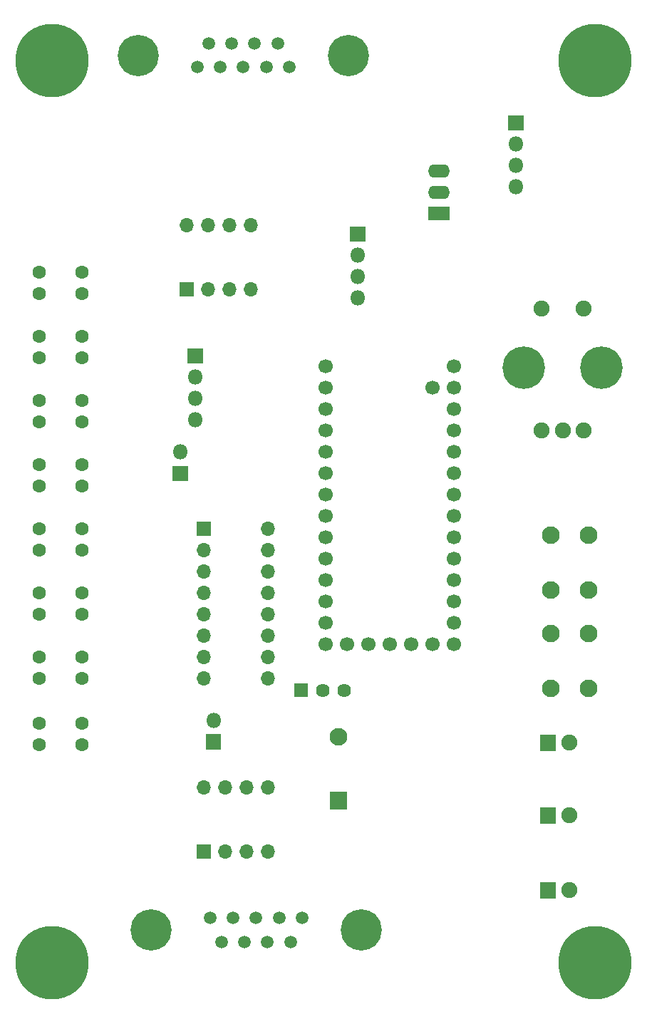
<source format=gbr>
G04 #@! TF.GenerationSoftware,KiCad,Pcbnew,(5.1.9)-1*
G04 #@! TF.CreationDate,2021-01-23T22:28:55+01:00*
G04 #@! TF.ProjectId,SNModule,534e4d6f-6475-46c6-952e-6b696361645f,rev?*
G04 #@! TF.SameCoordinates,Original*
G04 #@! TF.FileFunction,Soldermask,Bot*
G04 #@! TF.FilePolarity,Negative*
%FSLAX46Y46*%
G04 Gerber Fmt 4.6, Leading zero omitted, Abs format (unit mm)*
G04 Created by KiCad (PCBNEW (5.1.9)-1) date 2021-01-23 22:28:55*
%MOMM*%
%LPD*%
G01*
G04 APERTURE LIST*
%ADD10C,1.600000*%
%ADD11C,1.700000*%
%ADD12C,4.900000*%
%ADD13C,1.500000*%
%ADD14C,5.052000*%
%ADD15C,1.900000*%
%ADD16O,1.800000X1.800000*%
%ADD17O,1.700000X1.700000*%
%ADD18O,2.600000X1.600000*%
%ADD19C,2.100000*%
%ADD20C,1.000000*%
%ADD21C,8.700000*%
%ADD22C,1.620000*%
G04 APERTURE END LIST*
D10*
G04 #@! TO.C,J10*
X36830000Y-124714000D03*
X31750000Y-124714000D03*
X36830000Y-122174000D03*
X31750000Y-122174000D03*
G04 #@! TD*
G04 #@! TO.C,J3*
X36830000Y-71120000D03*
X31750000Y-71120000D03*
X36830000Y-68580000D03*
X31750000Y-68580000D03*
G04 #@! TD*
G04 #@! TO.C,J6*
X36830000Y-93980000D03*
X31750000Y-93980000D03*
X36830000Y-91440000D03*
X31750000Y-91440000D03*
G04 #@! TD*
G04 #@! TO.C,J5*
X36830000Y-86360000D03*
X31750000Y-86360000D03*
X36830000Y-83820000D03*
X31750000Y-83820000D03*
G04 #@! TD*
D11*
G04 #@! TO.C,U1*
X65786000Y-79756000D03*
X65786000Y-82296000D03*
X65786000Y-84836000D03*
X65786000Y-87376000D03*
X65786000Y-89916000D03*
X65786000Y-92456000D03*
X65786000Y-94996000D03*
X65786000Y-97536000D03*
X65786000Y-100076000D03*
X65786000Y-102616000D03*
X65786000Y-105156000D03*
X65786000Y-107696000D03*
X65786000Y-110236000D03*
X78486000Y-82296000D03*
X81026000Y-79756000D03*
X81026000Y-82296000D03*
X81026000Y-84836000D03*
X81026000Y-87376000D03*
X81026000Y-89916000D03*
X81026000Y-92456000D03*
X81026000Y-94996000D03*
X81026000Y-97536000D03*
X81026000Y-100076000D03*
X81026000Y-102616000D03*
X81026000Y-105156000D03*
X81026000Y-107696000D03*
X81026000Y-110236000D03*
X65786000Y-112776000D03*
X68326000Y-112776000D03*
X70866000Y-112776000D03*
X81026000Y-112776000D03*
X78486000Y-112776000D03*
X75946000Y-112776000D03*
X73406000Y-112776000D03*
G04 #@! TD*
D12*
G04 #@! TO.C,J2*
X45017000Y-146708000D03*
X70007000Y-146708000D03*
D13*
X53402000Y-148128000D03*
X56142000Y-148128000D03*
X58882000Y-148128000D03*
X61622000Y-148128000D03*
X52032000Y-145288000D03*
X54772000Y-145288000D03*
X57512000Y-145288000D03*
X60252000Y-145288000D03*
X62992000Y-145288000D03*
G04 #@! TD*
D14*
G04 #@! TO.C,U7*
X98540000Y-79876000D03*
X89340000Y-79876000D03*
D15*
X96440000Y-72876000D03*
X91440000Y-72876000D03*
X93940000Y-87376000D03*
X96440000Y-87376000D03*
X91440000Y-87376000D03*
G04 #@! TD*
G04 #@! TO.C,J11*
G36*
G01*
X87492000Y-51650000D02*
X87492000Y-49950000D01*
G75*
G02*
X87542000Y-49900000I50000J0D01*
G01*
X89242000Y-49900000D01*
G75*
G02*
X89292000Y-49950000I0J-50000D01*
G01*
X89292000Y-51650000D01*
G75*
G02*
X89242000Y-51700000I-50000J0D01*
G01*
X87542000Y-51700000D01*
G75*
G02*
X87492000Y-51650000I0J50000D01*
G01*
G37*
D16*
X88392000Y-53340000D03*
X88392000Y-55880000D03*
X88392000Y-58420000D03*
G04 #@! TD*
D12*
G04 #@! TO.C,J1*
X43493000Y-42776000D03*
X68483000Y-42776000D03*
D13*
X51878000Y-41356000D03*
X54618000Y-41356000D03*
X57358000Y-41356000D03*
X60098000Y-41356000D03*
X50508000Y-44196000D03*
X53248000Y-44196000D03*
X55988000Y-44196000D03*
X58728000Y-44196000D03*
X61468000Y-44196000D03*
G04 #@! TD*
D10*
G04 #@! TO.C,J8*
X36830000Y-109220000D03*
X31750000Y-109220000D03*
X36830000Y-106680000D03*
X31750000Y-106680000D03*
G04 #@! TD*
G04 #@! TO.C,J9*
X36830000Y-116840000D03*
X31750000Y-116840000D03*
X36830000Y-114300000D03*
X31750000Y-114300000D03*
G04 #@! TD*
G04 #@! TO.C,J4*
X36830000Y-78740000D03*
X31750000Y-78740000D03*
X36830000Y-76200000D03*
X31750000Y-76200000D03*
G04 #@! TD*
G04 #@! TO.C,J7*
X36830000Y-101600000D03*
X31750000Y-101600000D03*
X36830000Y-99060000D03*
X31750000Y-99060000D03*
G04 #@! TD*
G04 #@! TO.C,JP1*
G36*
G01*
X53351000Y-123483000D02*
X53351000Y-125183000D01*
G75*
G02*
X53301000Y-125233000I-50000J0D01*
G01*
X51601000Y-125233000D01*
G75*
G02*
X51551000Y-125183000I0J50000D01*
G01*
X51551000Y-123483000D01*
G75*
G02*
X51601000Y-123433000I50000J0D01*
G01*
X53301000Y-123433000D01*
G75*
G02*
X53351000Y-123483000I0J-50000D01*
G01*
G37*
D16*
X52451000Y-121793000D03*
G04 #@! TD*
G04 #@! TO.C,U3*
G36*
G01*
X52108000Y-138264000D02*
X50508000Y-138264000D01*
G75*
G02*
X50458000Y-138214000I0J50000D01*
G01*
X50458000Y-136614000D01*
G75*
G02*
X50508000Y-136564000I50000J0D01*
G01*
X52108000Y-136564000D01*
G75*
G02*
X52158000Y-136614000I0J-50000D01*
G01*
X52158000Y-138214000D01*
G75*
G02*
X52108000Y-138264000I-50000J0D01*
G01*
G37*
D17*
X58928000Y-129794000D03*
X53848000Y-137414000D03*
X56388000Y-129794000D03*
X56388000Y-137414000D03*
X53848000Y-129794000D03*
X58928000Y-137414000D03*
X51308000Y-129794000D03*
G04 #@! TD*
G04 #@! TO.C,U2*
G36*
G01*
X50076000Y-71462000D02*
X48476000Y-71462000D01*
G75*
G02*
X48426000Y-71412000I0J50000D01*
G01*
X48426000Y-69812000D01*
G75*
G02*
X48476000Y-69762000I50000J0D01*
G01*
X50076000Y-69762000D01*
G75*
G02*
X50126000Y-69812000I0J-50000D01*
G01*
X50126000Y-71412000D01*
G75*
G02*
X50076000Y-71462000I-50000J0D01*
G01*
G37*
X56896000Y-62992000D03*
X51816000Y-70612000D03*
X54356000Y-62992000D03*
X54356000Y-70612000D03*
X51816000Y-62992000D03*
X56896000Y-70612000D03*
X49276000Y-62992000D03*
G04 #@! TD*
G04 #@! TO.C,U6*
G36*
G01*
X80498000Y-62395000D02*
X77998000Y-62395000D01*
G75*
G02*
X77948000Y-62345000I0J50000D01*
G01*
X77948000Y-60845000D01*
G75*
G02*
X77998000Y-60795000I50000J0D01*
G01*
X80498000Y-60795000D01*
G75*
G02*
X80548000Y-60845000I0J-50000D01*
G01*
X80548000Y-62345000D01*
G75*
G02*
X80498000Y-62395000I-50000J0D01*
G01*
G37*
D18*
X79248000Y-59055000D03*
X79248000Y-56515000D03*
G04 #@! TD*
G04 #@! TO.C,U5*
G36*
G01*
X50458000Y-99860000D02*
X50458000Y-98260000D01*
G75*
G02*
X50508000Y-98210000I50000J0D01*
G01*
X52108000Y-98210000D01*
G75*
G02*
X52158000Y-98260000I0J-50000D01*
G01*
X52158000Y-99860000D01*
G75*
G02*
X52108000Y-99910000I-50000J0D01*
G01*
X50508000Y-99910000D01*
G75*
G02*
X50458000Y-99860000I0J50000D01*
G01*
G37*
D17*
X58928000Y-116840000D03*
X51308000Y-101600000D03*
X58928000Y-114300000D03*
X51308000Y-104140000D03*
X58928000Y-111760000D03*
X51308000Y-106680000D03*
X58928000Y-109220000D03*
X51308000Y-109220000D03*
X58928000Y-106680000D03*
X51308000Y-111760000D03*
X58928000Y-104140000D03*
X51308000Y-114300000D03*
X58928000Y-101600000D03*
X51308000Y-116840000D03*
X58928000Y-99060000D03*
G04 #@! TD*
D19*
G04 #@! TO.C,SW3*
X92528000Y-99822000D03*
X97028000Y-99822000D03*
X92528000Y-106322000D03*
X97028000Y-106322000D03*
G04 #@! TD*
G04 #@! TO.C,SW2*
X92528000Y-111506000D03*
X97028000Y-111506000D03*
X92528000Y-118006000D03*
X97028000Y-118006000D03*
G04 #@! TD*
G04 #@! TO.C,J14*
G36*
G01*
X49414000Y-91606000D02*
X49414000Y-93306000D01*
G75*
G02*
X49364000Y-93356000I-50000J0D01*
G01*
X47664000Y-93356000D01*
G75*
G02*
X47614000Y-93306000I0J50000D01*
G01*
X47614000Y-91606000D01*
G75*
G02*
X47664000Y-91556000I50000J0D01*
G01*
X49364000Y-91556000D01*
G75*
G02*
X49414000Y-91606000I0J-50000D01*
G01*
G37*
D16*
X48514000Y-89916000D03*
G04 #@! TD*
G04 #@! TO.C,J13*
G36*
G01*
X68696000Y-64858000D02*
X68696000Y-63158000D01*
G75*
G02*
X68746000Y-63108000I50000J0D01*
G01*
X70446000Y-63108000D01*
G75*
G02*
X70496000Y-63158000I0J-50000D01*
G01*
X70496000Y-64858000D01*
G75*
G02*
X70446000Y-64908000I-50000J0D01*
G01*
X68746000Y-64908000D01*
G75*
G02*
X68696000Y-64858000I0J50000D01*
G01*
G37*
X69596000Y-66548000D03*
X69596000Y-69088000D03*
X69596000Y-71628000D03*
G04 #@! TD*
G04 #@! TO.C,J12*
G36*
G01*
X49392000Y-79336000D02*
X49392000Y-77636000D01*
G75*
G02*
X49442000Y-77586000I50000J0D01*
G01*
X51142000Y-77586000D01*
G75*
G02*
X51192000Y-77636000I0J-50000D01*
G01*
X51192000Y-79336000D01*
G75*
G02*
X51142000Y-79386000I-50000J0D01*
G01*
X49442000Y-79386000D01*
G75*
G02*
X49392000Y-79336000I0J50000D01*
G01*
G37*
X50292000Y-81026000D03*
X50292000Y-83566000D03*
X50292000Y-86106000D03*
G04 #@! TD*
G04 #@! TO.C,D4*
G36*
G01*
X91252000Y-142886000D02*
X91252000Y-141086000D01*
G75*
G02*
X91302000Y-141036000I50000J0D01*
G01*
X93102000Y-141036000D01*
G75*
G02*
X93152000Y-141086000I0J-50000D01*
G01*
X93152000Y-142886000D01*
G75*
G02*
X93102000Y-142936000I-50000J0D01*
G01*
X91302000Y-142936000D01*
G75*
G02*
X91252000Y-142886000I0J50000D01*
G01*
G37*
D15*
X94742000Y-141986000D03*
G04 #@! TD*
G04 #@! TO.C,D3*
G36*
G01*
X91252000Y-133996000D02*
X91252000Y-132196000D01*
G75*
G02*
X91302000Y-132146000I50000J0D01*
G01*
X93102000Y-132146000D01*
G75*
G02*
X93152000Y-132196000I0J-50000D01*
G01*
X93152000Y-133996000D01*
G75*
G02*
X93102000Y-134046000I-50000J0D01*
G01*
X91302000Y-134046000D01*
G75*
G02*
X91252000Y-133996000I0J50000D01*
G01*
G37*
X94742000Y-133096000D03*
G04 #@! TD*
G04 #@! TO.C,D2*
G36*
G01*
X91252000Y-125360000D02*
X91252000Y-123560000D01*
G75*
G02*
X91302000Y-123510000I50000J0D01*
G01*
X93102000Y-123510000D01*
G75*
G02*
X93152000Y-123560000I0J-50000D01*
G01*
X93152000Y-125360000D01*
G75*
G02*
X93102000Y-125410000I-50000J0D01*
G01*
X91302000Y-125410000D01*
G75*
G02*
X91252000Y-125360000I0J50000D01*
G01*
G37*
X94742000Y-124460000D03*
G04 #@! TD*
D20*
G04 #@! TO.C,H1*
X100070419Y-41153581D03*
X97790000Y-40209000D03*
X95509581Y-41153581D03*
X94565000Y-43434000D03*
X95509581Y-45714419D03*
X97790000Y-46659000D03*
X100070419Y-45714419D03*
X101015000Y-43434000D03*
D21*
X97790000Y-43434000D03*
G04 #@! TD*
G04 #@! TO.C,H2*
X33274000Y-43434000D03*
D20*
X36499000Y-43434000D03*
X35554419Y-45714419D03*
X33274000Y-46659000D03*
X30993581Y-45714419D03*
X30049000Y-43434000D03*
X30993581Y-41153581D03*
X33274000Y-40209000D03*
X35554419Y-41153581D03*
G04 #@! TD*
G04 #@! TO.C,H3*
X35554419Y-148341581D03*
X33274000Y-147397000D03*
X30993581Y-148341581D03*
X30049000Y-150622000D03*
X30993581Y-152902419D03*
X33274000Y-153847000D03*
X35554419Y-152902419D03*
X36499000Y-150622000D03*
D21*
X33274000Y-150622000D03*
G04 #@! TD*
G04 #@! TO.C,H4*
X97790000Y-150622000D03*
D20*
X101015000Y-150622000D03*
X100070419Y-152902419D03*
X97790000Y-153847000D03*
X95509581Y-152902419D03*
X94565000Y-150622000D03*
X95509581Y-148341581D03*
X97790000Y-147397000D03*
X100070419Y-148341581D03*
G04 #@! TD*
D19*
G04 #@! TO.C,BZ1*
X67310000Y-123718000D03*
G36*
G01*
X68310000Y-132368000D02*
X66310000Y-132368000D01*
G75*
G02*
X66260000Y-132318000I0J50000D01*
G01*
X66260000Y-130318000D01*
G75*
G02*
X66310000Y-130268000I50000J0D01*
G01*
X68310000Y-130268000D01*
G75*
G02*
X68360000Y-130318000I0J-50000D01*
G01*
X68360000Y-132318000D01*
G75*
G02*
X68310000Y-132368000I-50000J0D01*
G01*
G37*
G04 #@! TD*
G04 #@! TO.C,Q1*
G36*
G01*
X63625000Y-119047000D02*
X62105000Y-119047000D01*
G75*
G02*
X62055000Y-118997000I0J50000D01*
G01*
X62055000Y-117477000D01*
G75*
G02*
X62105000Y-117427000I50000J0D01*
G01*
X63625000Y-117427000D01*
G75*
G02*
X63675000Y-117477000I0J-50000D01*
G01*
X63675000Y-118997000D01*
G75*
G02*
X63625000Y-119047000I-50000J0D01*
G01*
G37*
D22*
X67945000Y-118237000D03*
X65405000Y-118237000D03*
G04 #@! TD*
M02*

</source>
